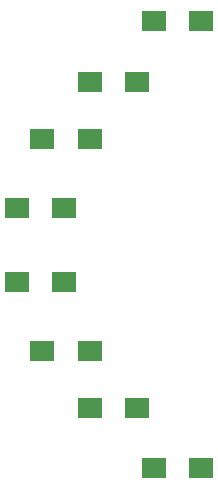
<source format=gbr>
G04 #@! TF.FileFunction,Paste,Top*
%FSLAX46Y46*%
G04 Gerber Fmt 4.6, Leading zero omitted, Abs format (unit mm)*
G04 Created by KiCad (PCBNEW 4.0.6) date 04/30/18 18:34:21*
%MOMM*%
%LPD*%
G01*
G04 APERTURE LIST*
%ADD10C,0.100000*%
%ADD11R,2.000000X1.700000*%
G04 APERTURE END LIST*
D10*
D11*
X-19726500Y-3171700D03*
X-15726500Y-3171700D03*
X-8156400Y18868500D03*
X-4156400Y18868500D03*
X-19726500Y3079700D03*
X-15726500Y3079700D03*
X-8156400Y-18960500D03*
X-4156400Y-18960500D03*
X-13570200Y13742800D03*
X-9570200Y13742800D03*
X-17588500Y8954000D03*
X-13588500Y8954000D03*
X-17588500Y-9046000D03*
X-13588500Y-9046000D03*
X-13570200Y-13834800D03*
X-9570200Y-13834800D03*
M02*

</source>
